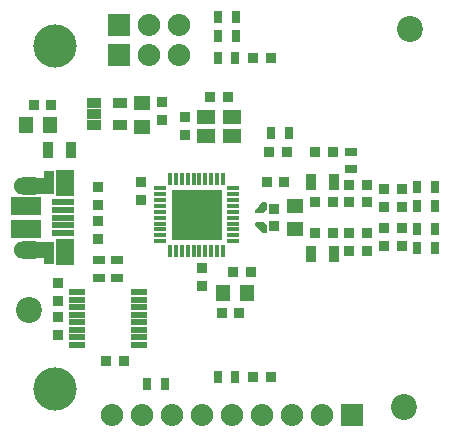
<source format=gts>
G04 #@! TF.FileFunction,Soldermask,Top*
%FSLAX46Y46*%
G04 Gerber Fmt 4.6, Leading zero omitted, Abs format (unit mm)*
G04 Created by KiCad (PCBNEW 4.0.2+dfsg1-stable) date ned 09 jul 2017 09:25:13 CEST*
%MOMM*%
G01*
G04 APERTURE LIST*
%ADD10C,0.100000*%
%ADD11C,3.660000*%
%ADD12R,0.960000X0.910000*%
%ADD13R,0.910000X0.960000*%
%ADD14R,1.160000X1.410000*%
%ADD15R,1.410000X1.160000*%
%ADD16R,0.957560X0.957560*%
%ADD17C,2.200000*%
%ADD18R,0.860000X1.460000*%
%ADD19R,1.887200X1.887200*%
%ADD20O,1.887200X1.887200*%
%ADD21R,0.660000X1.060000*%
%ADD22R,1.060000X0.660000*%
%ADD23R,1.360000X0.560000*%
%ADD24R,1.220000X0.810000*%
%ADD25R,1.910000X0.560000*%
%ADD26O,1.510000X1.100000*%
%ADD27O,1.660000X1.160000*%
%ADD28R,1.620000X2.160000*%
%ADD29R,2.660000X1.585000*%
%ADD30O,2.610000X1.460000*%
%ADD31R,0.860000X1.985000*%
%ADD32R,2.210000X1.460000*%
%ADD33R,1.560000X1.310000*%
%ADD34R,1.060000X0.450000*%
%ADD35R,0.450000X1.060000*%
%ADD36R,4.280000X4.280000*%
%ADD37C,0.200000*%
G04 APERTURE END LIST*
D10*
D11*
X4000000Y3996400D03*
X4000000Y32996400D03*
D12*
X23630000Y24080000D03*
X22130000Y24080000D03*
X26000000Y19790000D03*
X27500000Y19790000D03*
D13*
X11240000Y20000000D03*
X11240000Y21500000D03*
D12*
X19060000Y13900000D03*
X20560000Y13900000D03*
D13*
X7580000Y18180000D03*
X7580000Y16680000D03*
D14*
X3550000Y26300000D03*
X1550000Y26300000D03*
X18190000Y12150000D03*
X20190000Y12150000D03*
D13*
X7580000Y19570000D03*
X7580000Y21070000D03*
D12*
X3650000Y28050000D03*
X2150000Y28050000D03*
X18090000Y10400000D03*
X19590000Y10400000D03*
D13*
X4260000Y12970000D03*
X4260000Y11470000D03*
D12*
X21900000Y21550000D03*
X23400000Y21550000D03*
D15*
X24300000Y19500000D03*
X24300000Y17500000D03*
D13*
X22550000Y19250000D03*
X22550000Y17750000D03*
D12*
X9770000Y6380000D03*
X8270000Y6380000D03*
D13*
X16390000Y14240000D03*
X16390000Y12740000D03*
X14980000Y25520000D03*
X14980000Y27020000D03*
D12*
X18630000Y28690000D03*
X17130000Y28690000D03*
X27510000Y24090000D03*
X26010000Y24090000D03*
X26000000Y17210000D03*
X27500000Y17210000D03*
D15*
X11300000Y28200000D03*
X11300000Y26200000D03*
D13*
X13050000Y28300000D03*
X13050000Y26800000D03*
D12*
X28900000Y15710000D03*
X30400000Y15710000D03*
X28900000Y17210000D03*
X30400000Y17210000D03*
X28900000Y21290000D03*
X30400000Y21290000D03*
X28900000Y19790000D03*
X30400000Y19790000D03*
D13*
X31850000Y16090000D03*
X31850000Y17590000D03*
X31850000Y19400000D03*
X31850000Y20900000D03*
X33350000Y16090000D03*
X33350000Y17590000D03*
X33350000Y19400000D03*
X33350000Y20900000D03*
D16*
X20750700Y32000000D03*
X22249300Y32000000D03*
X20750700Y5000000D03*
X22249300Y5000000D03*
D17*
X33500000Y2500000D03*
X1740000Y10700000D03*
X34000000Y34500000D03*
D18*
X3400000Y24200000D03*
X5300000Y24200000D03*
D19*
X29120000Y1750000D03*
D20*
X26580000Y1750000D03*
X24040000Y1750000D03*
X21500000Y1750000D03*
X18960000Y1750000D03*
X16420000Y1750000D03*
X13880000Y1750000D03*
X11340000Y1750000D03*
X8800000Y1750000D03*
D19*
X9360000Y34850000D03*
D20*
X11900000Y34850000D03*
X14440000Y34850000D03*
D19*
X9360000Y32310000D03*
D20*
X11900000Y32310000D03*
X14440000Y32310000D03*
D21*
X19300000Y35500000D03*
X17800000Y35500000D03*
X19300000Y33900000D03*
X17800000Y33900000D03*
D22*
X7660000Y13380000D03*
X7660000Y14880000D03*
X9260000Y13380000D03*
X9260000Y14880000D03*
D21*
X13300000Y4400000D03*
X11800000Y4400000D03*
X19250000Y32000000D03*
X17750000Y32000000D03*
X22280000Y25630000D03*
X23780000Y25630000D03*
D22*
X29000000Y22590000D03*
X29000000Y24090000D03*
D21*
X34650000Y15900000D03*
X36150000Y15900000D03*
X34650000Y17496400D03*
X36150000Y17496400D03*
X34650000Y19496400D03*
X36150000Y19496400D03*
X34650000Y21100000D03*
X36150000Y21100000D03*
D23*
X11060000Y7747500D03*
X11060000Y8382500D03*
X11060000Y9017500D03*
X11060000Y9652500D03*
X11060000Y10287500D03*
X11060000Y10922500D03*
X11060000Y11557500D03*
X11060000Y12192500D03*
X5860000Y12192500D03*
X5860000Y11557500D03*
X5860000Y10922500D03*
X5860000Y10287500D03*
X5860000Y9652500D03*
X5860000Y9017500D03*
X5860000Y8382500D03*
X5860000Y7747500D03*
D24*
X7300000Y28200000D03*
X7300000Y27250000D03*
X7300000Y26300000D03*
X9500000Y26300000D03*
X9500000Y28200000D03*
D25*
X4625000Y19796400D03*
X4625000Y19146400D03*
X4625000Y18496400D03*
X4625000Y17846400D03*
X4625000Y17196400D03*
D26*
X4830000Y20921400D03*
X4830000Y16071400D03*
D27*
X1800000Y21221400D03*
X1800000Y15771400D03*
D28*
X4830000Y21396400D03*
X4830000Y15596400D03*
D29*
X1550000Y17533900D03*
X1550000Y19458900D03*
D30*
X1800000Y15771400D03*
D31*
X3500000Y15508900D03*
D30*
X1800000Y21216400D03*
D31*
X3500000Y21483900D03*
D32*
X2800000Y15771400D03*
X2800000Y21216400D03*
D18*
X27550000Y15460000D03*
X25650000Y15460000D03*
X27550000Y21540000D03*
X25650000Y21540000D03*
D33*
X16780000Y27020000D03*
X18980000Y27020000D03*
X18980000Y25420000D03*
X16780000Y25420000D03*
D21*
X19250000Y5000000D03*
X17750000Y5000000D03*
D13*
X4260000Y10080000D03*
X4260000Y8580000D03*
D34*
X19000000Y16496400D03*
X19000000Y16996400D03*
X19000000Y17496400D03*
X19000000Y17996400D03*
X19000000Y18496400D03*
X19000000Y18996400D03*
X19000000Y19496400D03*
X19000000Y19996400D03*
X19000000Y20496400D03*
X19000000Y20996400D03*
D35*
X16700000Y21796400D03*
X18200000Y21796400D03*
X17700000Y21796400D03*
X17200000Y21796400D03*
X16200000Y21796400D03*
X14200000Y21796400D03*
X15700000Y21796400D03*
X15200000Y21796400D03*
X14700000Y21796400D03*
X13700000Y21796400D03*
D34*
X12900000Y16496400D03*
X12900000Y19496400D03*
X12900000Y18496400D03*
X12900000Y17996400D03*
X12900000Y16996400D03*
X12900000Y17496400D03*
X12900000Y18996400D03*
X12900000Y19996400D03*
X12900000Y20996400D03*
X12900000Y20496400D03*
D35*
X18200000Y15696400D03*
X17700000Y15696400D03*
X17200000Y15696400D03*
X16700000Y15696400D03*
X16200000Y15696400D03*
X15200000Y15696400D03*
X13700000Y15696400D03*
X14200000Y15696400D03*
X15700000Y15696400D03*
X14700000Y15696400D03*
D36*
X15950000Y18746400D03*
D37*
G36*
X21860000Y19201422D02*
X21859874Y19201296D01*
X21599603Y18950000D01*
X20970000Y18950000D01*
X20970000Y19098578D01*
X21601422Y19730000D01*
X21860000Y19730000D01*
X21860000Y19201422D01*
X21860000Y19201422D01*
G37*
X21860000Y19201422D02*
X21859874Y19201296D01*
X21599603Y18950000D01*
X20970000Y18950000D01*
X20970000Y19098578D01*
X21601422Y19730000D01*
X21860000Y19730000D01*
X21860000Y19201422D01*
G36*
X21860000Y17787645D02*
X21860000Y17280000D01*
X21600563Y17280000D01*
X20970000Y17892285D01*
X20970000Y18040000D01*
X21599505Y18040000D01*
X21860000Y17787645D01*
X21860000Y17787645D01*
G37*
X21860000Y17787645D02*
X21860000Y17280000D01*
X21600563Y17280000D01*
X20970000Y17892285D01*
X20970000Y18040000D01*
X21599505Y18040000D01*
X21860000Y17787645D01*
M02*

</source>
